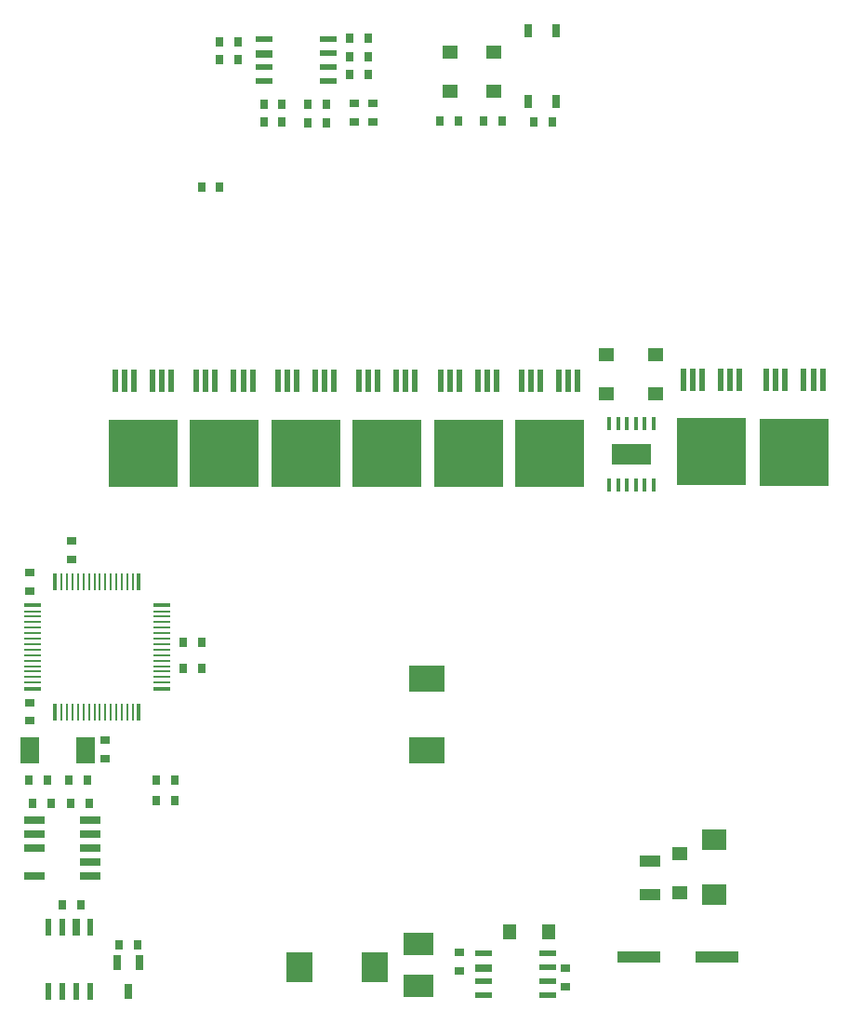
<source format=gtp>
G04 #@! TF.GenerationSoftware,KiCad,Pcbnew,(5.0.0-rc2-dev-130-g0bdae22af-dirty)*
G04 #@! TF.CreationDate,2018-10-04T20:23:29+03:00*
G04 #@! TF.ProjectId,esb,6573622E6B696361645F706362000000,rev?*
G04 #@! TF.SameCoordinates,Original*
G04 #@! TF.FileFunction,Paste,Top*
G04 #@! TF.FilePolarity,Positive*
%FSLAX46Y46*%
G04 Gerber Fmt 4.6, Leading zero omitted, Abs format (unit mm)*
G04 Created by KiCad (PCBNEW (5.0.0-rc2-dev-130-g0bdae22af-dirty)) date Thu Oct  4 20:23:29 2018*
%MOMM*%
%LPD*%
G01*
G04 APERTURE LIST*
%ADD10R,0.700000X1.350000*%
%ADD11R,0.762000X0.939800*%
%ADD12R,1.399540X1.297940*%
%ADD13R,0.398780X1.498600*%
%ADD14R,0.279400X1.498600*%
%ADD15R,1.498600X0.398780*%
%ADD16R,1.498600X0.279400*%
%ADD17R,0.939800X0.762000*%
%ADD18R,1.899920X0.998220*%
%ADD19R,1.699260X2.397760*%
%ADD20R,1.905000X0.635000*%
%ADD21R,2.400000X2.700000*%
%ADD22R,2.800000X2.000000*%
%ADD23R,2.179320X1.900000*%
%ADD24R,1.297940X1.399540*%
%ADD25R,0.700000X1.200000*%
%ADD26R,0.600000X1.524000*%
%ADD27R,0.635000X1.524000*%
%ADD28R,1.524000X0.600000*%
%ADD29R,1.524000X0.635000*%
%ADD30R,3.997960X0.998220*%
%ADD31R,3.300000X2.400000*%
%ADD32R,0.400000X1.200000*%
%ADD33R,3.600000X1.900000*%
%ADD34R,0.600000X2.000000*%
%ADD35R,6.300000X6.100000*%
G04 APERTURE END LIST*
D10*
X141800000Y-134800000D03*
X139800000Y-134800000D03*
X140800000Y-137400000D03*
D11*
X145038200Y-120100000D03*
X143361800Y-120100000D03*
X143361800Y-118200000D03*
X145038200Y-118200000D03*
D12*
X191000000Y-124934700D03*
X191000000Y-128465300D03*
D11*
X134761800Y-129550000D03*
X136438200Y-129550000D03*
D13*
X141760000Y-100202120D03*
D14*
X141198660Y-100202120D03*
X140698280Y-100202120D03*
X140197900Y-100202120D03*
X139697520Y-100202120D03*
X139199680Y-100202120D03*
X138699300Y-100202120D03*
X138198920Y-100202120D03*
X137701080Y-100202120D03*
X137200700Y-100202120D03*
X136700320Y-100202120D03*
X136202480Y-100202120D03*
X135702100Y-100202120D03*
X135201720Y-100202120D03*
X134701340Y-100202120D03*
D13*
X134140000Y-100202120D03*
D15*
X132052120Y-102290000D03*
D16*
X132052120Y-102851340D03*
X132052120Y-103351720D03*
X132052120Y-103852100D03*
X132052120Y-104352480D03*
X132052120Y-104850320D03*
X132052120Y-105350700D03*
X132052120Y-105851080D03*
X132052120Y-106348920D03*
X132052120Y-106849300D03*
X132052120Y-107349680D03*
X132052120Y-107847520D03*
X132052120Y-108347900D03*
X132052120Y-108848280D03*
X132052120Y-109348660D03*
D15*
X132052120Y-109910000D03*
D13*
X134140000Y-111997880D03*
D14*
X134701340Y-111997880D03*
X135201720Y-111997880D03*
X135702100Y-111997880D03*
X136202480Y-111997880D03*
X136700320Y-111997880D03*
X137200700Y-111997880D03*
X137701080Y-111997880D03*
X138198920Y-111997880D03*
X138699300Y-111997880D03*
X139199680Y-111997880D03*
X139697520Y-111997880D03*
X140197900Y-111997880D03*
X140698280Y-111997880D03*
X141198660Y-111997880D03*
D13*
X141760000Y-111997880D03*
D15*
X143847880Y-109910000D03*
D16*
X143847880Y-109348660D03*
X143847880Y-108848280D03*
X143847880Y-108347900D03*
X143847880Y-107847520D03*
X143847880Y-107349680D03*
X143847880Y-106849300D03*
X143847880Y-106348920D03*
X143847880Y-105851080D03*
X143847880Y-105350700D03*
X143847880Y-104850320D03*
X143847880Y-104352480D03*
X143847880Y-103852100D03*
X143847880Y-103351720D03*
X143847880Y-102851340D03*
D15*
X143847880Y-102290000D03*
D17*
X170900000Y-133861800D03*
X170900000Y-135538200D03*
D11*
X139961800Y-133200000D03*
X141638200Y-133200000D03*
X147438200Y-105700000D03*
X145761800Y-105700000D03*
X145761800Y-108100000D03*
X147438200Y-108100000D03*
D17*
X135600000Y-98138200D03*
X135600000Y-96461800D03*
X131800000Y-111161800D03*
X131800000Y-112838200D03*
X138700000Y-116238200D03*
X138700000Y-114561800D03*
X131800000Y-99361800D03*
X131800000Y-101038200D03*
D11*
X131761800Y-118200000D03*
X133438200Y-118200000D03*
D18*
X188300000Y-125601400D03*
X188300000Y-128598600D03*
D19*
X131798436Y-115500000D03*
X136878436Y-115500000D03*
D17*
X180550000Y-135311800D03*
X180550000Y-136988200D03*
D11*
X137038200Y-118200000D03*
X135361800Y-118200000D03*
D20*
X132260000Y-121860000D03*
X137340000Y-121860000D03*
X132260000Y-123130000D03*
X137340000Y-123130000D03*
X132260000Y-124400000D03*
X137340000Y-124400000D03*
X137340000Y-125670000D03*
X132260000Y-126940000D03*
X137340000Y-126940000D03*
D21*
X163200000Y-135200000D03*
X156400000Y-135200000D03*
D22*
X167200000Y-133100000D03*
X167200000Y-136900000D03*
D23*
X194150000Y-123600000D03*
X194150000Y-128600000D03*
D24*
X179065300Y-132000000D03*
X175534700Y-132000000D03*
D25*
X177200000Y-56500000D03*
X179740000Y-56500000D03*
X179740000Y-50100000D03*
X177200000Y-50100000D03*
D12*
X170100000Y-52034700D03*
X170100000Y-55565300D03*
X174100000Y-55565300D03*
X174100000Y-52034700D03*
D11*
X169161800Y-58300000D03*
X170838200Y-58300000D03*
X174838200Y-58300000D03*
X173161800Y-58300000D03*
D26*
X137355000Y-131579000D03*
D27*
X136050000Y-131579000D03*
D26*
X134815000Y-131579000D03*
X133545000Y-131579000D03*
X133545000Y-137421000D03*
X134815000Y-137421000D03*
X136085000Y-137421000D03*
X137355000Y-137421000D03*
D28*
X178980610Y-133976856D03*
X178980610Y-135246856D03*
X178980610Y-136516856D03*
X178980610Y-137786856D03*
X173138610Y-137786856D03*
X173138610Y-136516856D03*
D29*
X173138610Y-135281856D03*
D28*
X173138610Y-133976856D03*
D30*
X194348380Y-134300000D03*
X187251620Y-134300000D03*
D31*
X168000000Y-115550000D03*
X168000000Y-108950000D03*
D11*
X147450000Y-64300000D03*
X149126400Y-64300000D03*
X179388200Y-58350000D03*
X177711800Y-58350000D03*
D32*
X184600000Y-91400000D03*
X185400000Y-91400000D03*
X186200000Y-91400000D03*
X187000000Y-91400000D03*
X187800000Y-91400000D03*
X188600000Y-91400000D03*
X188600000Y-85800000D03*
X187800000Y-85800000D03*
X187000000Y-85800000D03*
X186200000Y-85800000D03*
X185400000Y-85800000D03*
X184600000Y-85800000D03*
D33*
X186600000Y-88600000D03*
D11*
X162638200Y-50750000D03*
X160961800Y-50750000D03*
D17*
X161400000Y-56661800D03*
X161400000Y-58338200D03*
X163100000Y-56661800D03*
X163100000Y-58338200D03*
D11*
X149086800Y-52725000D03*
X150763200Y-52725000D03*
X162638200Y-54075000D03*
X160961800Y-54075000D03*
X150788200Y-51100000D03*
X149111800Y-51100000D03*
X160961800Y-52400000D03*
X162638200Y-52400000D03*
X154788200Y-58400000D03*
X153111800Y-58400000D03*
X157111800Y-58450000D03*
X158788200Y-58450000D03*
X154788200Y-56750000D03*
X153111800Y-56750000D03*
X158788200Y-56750000D03*
X157111800Y-56750000D03*
D28*
X158971000Y-50845000D03*
X158971000Y-52115000D03*
X158971000Y-53385000D03*
X158971000Y-54655000D03*
X153129000Y-54655000D03*
X153129000Y-53385000D03*
D29*
X153129000Y-52150000D03*
D28*
X153129000Y-50845000D03*
D12*
X188800000Y-79534700D03*
X188800000Y-83065300D03*
X184300000Y-83065300D03*
X184300000Y-79534700D03*
D11*
X135561800Y-120300000D03*
X137238200Y-120300000D03*
X133738200Y-120300000D03*
X132061800Y-120300000D03*
D34*
X174300000Y-81900000D03*
X173450000Y-81900000D03*
X172600000Y-81900000D03*
X170900000Y-81900000D03*
X170050000Y-81900000D03*
X169200000Y-81900000D03*
D35*
X171750000Y-88470000D03*
X179150000Y-88470000D03*
D34*
X176600000Y-81900000D03*
X177450000Y-81900000D03*
X178300000Y-81900000D03*
X180000000Y-81900000D03*
X180850000Y-81900000D03*
X181700000Y-81900000D03*
X159500000Y-81900000D03*
X158650000Y-81900000D03*
X157800000Y-81900000D03*
X156100000Y-81900000D03*
X155250000Y-81900000D03*
X154400000Y-81900000D03*
D35*
X156950000Y-88470000D03*
X164350000Y-88470000D03*
D34*
X161800000Y-81900000D03*
X162650000Y-81900000D03*
X163500000Y-81900000D03*
X165200000Y-81900000D03*
X166050000Y-81900000D03*
X166900000Y-81900000D03*
X196450000Y-81800000D03*
X195600000Y-81800000D03*
X194750000Y-81800000D03*
X193050000Y-81800000D03*
X192200000Y-81800000D03*
X191350000Y-81800000D03*
D35*
X193900000Y-88370000D03*
D34*
X144700000Y-81900000D03*
X143850000Y-81900000D03*
X143000000Y-81900000D03*
X141300000Y-81900000D03*
X140450000Y-81900000D03*
X139600000Y-81900000D03*
D35*
X142150000Y-88470000D03*
X149550000Y-88470000D03*
D34*
X147000000Y-81900000D03*
X147850000Y-81900000D03*
X148700000Y-81900000D03*
X150400000Y-81900000D03*
X151250000Y-81900000D03*
X152100000Y-81900000D03*
D35*
X201450000Y-88420000D03*
D34*
X198900000Y-81850000D03*
X199750000Y-81850000D03*
X200600000Y-81850000D03*
X202300000Y-81850000D03*
X203150000Y-81850000D03*
X204000000Y-81850000D03*
M02*

</source>
